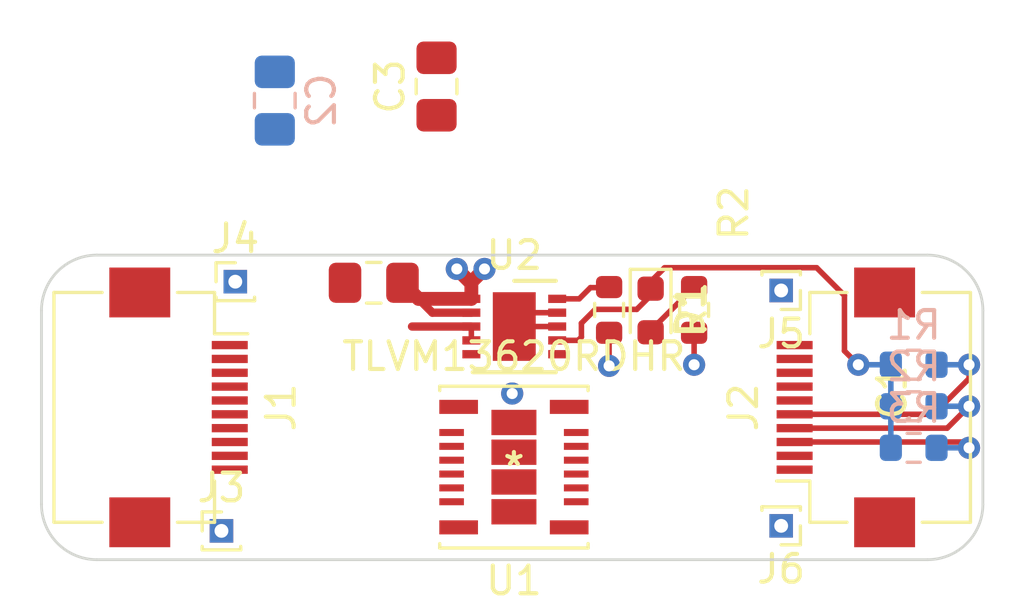
<source format=kicad_pcb>
(kicad_pcb (version 20211014) (generator pcbnew)
  (layers (0 "F.Cu" signal) (31 "B.Cu" signal) (34 "B.Paste" user) (35 "F.Paste" user) (36 "B.SilkS" user "B.Silkscreen") (37 "F.SilkS" user "F.Silkscreen") (38 "B.Mask" user) (39 "F.Mask" user) (44 "Edge.Cuts" user))
  (net 0 "")
  (net 1 "VDD")
  (net 2 "GND")
  (net 3 "Net-(C2-Pad1)")
  (net 4 "Net-(C3-Pad1)")
  (net 5 "STAT")
  (net 8 "/STAT_3")
  (net 9 "/STAT_2")
  (net 10 "/STAT_1")
  (net 11 "Net-(D1-Pad2)")
  (net 12 "Net-(J1-Pad3)")
  (net 13 "Net-(J1-Pad4)")
  (net 14 "Net-(J1-Pad5)")
  (net 15 "Net-(J1-Pad6)")
  (net 16 "Net-(J1-Pad7)")
  (net 17 "Net-(J1-Pad8)")
  (net 18 "Net-(R1-Pad1)")
  (footprint "Capacitor_SMD:C_0805_2012Metric_Pad1.18x1.45mm_HandSolder" (layer "F.Cu") (at 137 97.54 180)
    (fp_text reference "C1" (at -18.72 -3.96 90) (layer "F.SilkS"))
    (fp_text value "C_Small")
    (fp_line (start -0.261252 -0.735) (end 0.261252 -0.735) (layer "F.SilkS") (width 0.12))
    (fp_line (start -0.261252 0.735) (end 0.261252 0.735) (layer "F.SilkS") (width 0.12))
    (pad "1" smd roundrect (at -1.0375 0 180) (size 1.175 1.45) (layers "F.Cu" "F.Paste" "F.Mask") (roundrect_rratio 0.212766) (net 1 "VDD"))
    (pad "2" smd roundrect (at 1.0375 0 180) (size 1.175 1.45) (layers "F.Cu" "F.Paste" "F.Mask") (roundrect_rratio 0.212766) (net 2 "GND"))
  )
  (footprint "Capacitor_SMD:C_0805_2012Metric_Pad1.18x1.45mm_HandSolder" (layer "F.Cu") (at 139.268 90.452 90)
    (fp_text reference "C3" (at 0 -1.68 90) (layer "F.SilkS"))
    (fp_text value "C_Small")
    (fp_line (start -0.261252 0.735) (end 0.261252 0.735) (layer "F.SilkS") (width 0.12))
    (fp_line (start -0.261252 -0.735) (end 0.261252 -0.735) (layer "F.SilkS") (width 0.12))
    (pad "1" smd roundrect (at -1.0375 0 90) (size 1.175 1.45) (layers "F.Cu" "F.Paste" "F.Mask") (roundrect_rratio 0.212766) (net 4 "Net-(C3-Pad1)"))
    (pad "2" smd roundrect (at 1.0375 0 90) (size 1.175 1.45) (layers "F.Cu" "F.Paste" "F.Mask") (roundrect_rratio 0.212766) (net 2 "GND"))
  )
  (footprint "Connector_PinHeader_1.00mm:PinHeader_1x01_P1.00mm_Vertical" (layer "F.Cu") (at 151.714 97.818 180)
    (fp_text reference "J5" (at 0 -1.56) (layer "F.SilkS"))
    (fp_text value "Conn_01x01_Female")
    (fp_line (start -0.695 0) (end -0.695 -0.685) (layer "F.SilkS") (width 0.12))
    (fp_line (start -0.695 0.685) (end -0.695 0.56) (layer "F.SilkS") (width 0.12))
    (fp_line (start -0.695 0.685) (end 0.695 0.685) (layer "F.SilkS") (width 0.12))
    (fp_line (start -0.695 -0.685) (end 0 -0.685) (layer "F.SilkS") (width 0.12))
    (fp_line (start 0.608276 0.685) (end 0.695 0.685) (layer "F.SilkS") (width 0.12))
    (fp_line (start -0.695 0.685) (end -0.608276 0.685) (layer "F.SilkS") (width 0.12))
    (fp_line (start 0.695 0.685) (end 0.695 0.56) (layer "F.SilkS") (width 0.12))
    (pad "1" thru_hole rect (at 0 0 180) (size 0.85 0.85) (drill 0.5) (layers *.Cu *.Mask) (net 3 "Net-(C2-Pad1)"))
  )
  (footprint "Connector_PinHeader_1.00mm:PinHeader_1x01_P1.00mm_Vertical" (layer "F.Cu") (at 151.714 106.318 180)
    (fp_text reference "J6" (at 0 -1.56) (layer "F.SilkS"))
    (fp_text value "Conn_01x01_Female")
    (fp_line (start -0.695 -0.685) (end 0 -0.685) (layer "F.SilkS") (width 0.12))
    (fp_line (start -0.695 0.685) (end -0.608276 0.685) (layer "F.SilkS") (width 0.12))
    (fp_line (start -0.695 0.685) (end -0.695 0.56) (layer "F.SilkS") (width 0.12))
    (fp_line (start -0.695 0) (end -0.695 -0.685) (layer "F.SilkS") (width 0.12))
    (fp_line (start 0.695 0.685) (end 0.695 0.56) (layer "F.SilkS") (width 0.12))
    (fp_line (start 0.608276 0.685) (end 0.695 0.685) (layer "F.SilkS") (width 0.12))
    (fp_line (start -0.695 0.685) (end 0.695 0.685) (layer "F.SilkS") (width 0.12))
    (pad "1" thru_hole rect (at 0 0 180) (size 0.85 0.85) (drill 0.5) (layers *.Cu *.Mask) (net 2 "GND"))
  )
  (footprint "Resistor_SMD:R_0603_1608Metric" (layer "F.Cu") (at 148.57 98.52 -90)
    (fp_text reference "R2" (at -3.5 -1.43 90) (layer "F.SilkS"))
    (fp_text value "R_Small")
    (fp_line (start -0.237258 0.5225) (end 0.237258 0.5225) (layer "F.SilkS") (width 0.12))
    (fp_line (start -0.237258 -0.5225) (end 0.237258 -0.5225) (layer "F.SilkS") (width 0.12))
    (pad "1" smd roundrect (at -0.825 0 270) (size 0.8 0.95) (layers "F.Cu" "F.Paste" "F.Mask") (net 11 "Net-(D1-Pad2)"))
    (pad "2" smd roundrect (at 0.825 0 270) (size 0.8 0.95) (layers "F.Cu" "F.Paste" "F.Mask") (net 1 "VDD"))
  )
  (footprint "Connector_PinHeader_1.00mm:PinHeader_1x01_P1.00mm_Vertical" (layer "F.Cu") (at 132 97.5)
    (fp_text reference "J4" (at 0 -1.56) (layer "F.SilkS"))
    (fp_text value "Conn_01x01_Female")
    (fp_line (start -0.695 0.685) (end 0.695 0.685) (layer "F.SilkS") (width 0.12))
    (fp_line (start -0.695 0.685) (end -0.695 0.56) (layer "F.SilkS") (width 0.12))
    (fp_line (start -0.695 0.685) (end -0.608276 0.685) (layer "F.SilkS") (width 0.12))
    (fp_line (start -0.695 0) (end -0.695 -0.685) (layer "F.SilkS") (width 0.12))
    (fp_line (start 0.695 0.685) (end 0.695 0.56) (layer "F.SilkS") (width 0.12))
    (fp_line (start -0.695 -0.685) (end 0 -0.685) (layer "F.SilkS") (width 0.12))
    (fp_line (start 0.608276 0.685) (end 0.695 0.685) (layer "F.SilkS") (width 0.12))
    (pad "1" thru_hole rect (at 0 0) (size 0.85 0.85) (drill 0.5) (layers *.Cu *.Mask) (net 3 "Net-(C2-Pad1)"))
  )
  (footprint "Resistor_SMD:R_0603_1608Metric" (layer "F.Cu") (at 145.5 98.52 -90)
    (fp_text reference "R1" (at -0.04 -3 90) (layer "F.SilkS"))
    (fp_text value "R_Small")
    (fp_line (start -0.237258 -0.5225) (end 0.237258 -0.5225) (layer "F.SilkS") (width 0.12))
    (fp_line (start -0.237258 0.5225) (end 0.237258 0.5225) (layer "F.SilkS") (width 0.12))
    (pad "1" smd roundrect (at -0.825 0 270) (size 0.8 0.95) (layers "F.Cu" "F.Paste" "F.Mask") (net 18 "Net-(R1-Pad1)"))
    (pad "2" smd roundrect (at 0.825 0 270) (size 0.8 0.95) (layers "F.Cu" "F.Paste" "F.Mask") (net 2 "GND"))
  )
  (footprint "TI_POWER_MODULE:TLVM13620RDHR" (layer "F.Cu") (at 142.062 104.197494)
    (fp_text reference "U1" (at 0 4.1) (layer "F.SilkS"))
    (fp_text value "TLVM13620RDHR" (at 0 -4) (layer "F.SilkS"))
    (fp_text user "*" (at 0 0) (layer "F.SilkS"))
    (fp_line (start 2.6797 -2.921) (end 2.6797 -2.762055) (layer "F.SilkS") (width 0.12))
    (fp_line (start 2.6797 2.762055) (end 2.6797 2.921) (layer "F.SilkS") (width 0.12))
    (fp_line (start -2.6797 -2.762055) (end -2.6797 -2.921) (layer "F.SilkS") (width 0.12))
    (fp_line (start 2.6797 2.921) (end -2.6797 2.921) (layer "F.SilkS") (width 0.12))
    (fp_line (start -2.6797 2.921) (end -2.6797 2.762055) (layer "F.SilkS") (width 0.12))
    (fp_line (start -2.6797 -2.921) (end 2.6797 -2.921) (layer "F.SilkS") (width 0.12))
    (pad "1" smd rect (at -1.996059 -2.175315) (size 1.397 0.508) (layers "F.Cu" "F.Paste" "F.Mask"))
    (pad "2" smd rect (at -2.250059 -1.250315) (size 0.889 0.254) (layers "F.Cu" "F.Paste" "F.Mask"))
    (pad "3" smd rect (at -2.250059 -0.750189) (size 0.889 0.254) (layers "F.Cu" "F.Paste" "F.Mask"))
    (pad "4" smd rect (at -2.250059 -0.250063) (size 0.889 0.254) (layers "F.Cu" "F.Paste" "F.Mask"))
    (pad "5" smd rect (at -2.250059 0.250063) (size 0.889 0.254) (layers "F.Cu" "F.Paste" "F.Mask"))
    (pad "6" smd rect (at -2.250059 0.750189) (size 0.889 0.254) (layers "F.Cu" "F.Paste" "F.Mask"))
    (pad "7" smd rect (at -2.250059 1.250315) (size 0.889 0.254) (layers "F.Cu" "F.Paste" "F.Mask"))
    (pad "8" smd rect (at -1.996059 2.175315) (size 1.397 0.508) (layers "F.Cu" "F.Paste" "F.Mask"))
    (pad "9" smd rect (at 1.996059 2.175315) (size 1.397 0.508) (layers "F.Cu" "F.Paste" "F.Mask"))
    (pad "10" smd rect (at 2.250059 1.250315) (size 0.889 0.254) (layers "F.Cu" "F.Paste" "F.Mask"))
    (pad "11" smd rect (at 2.250059 0.750189) (size 0.889 0.254) (layers "F.Cu" "F.Paste" "F.Mask"))
    (pad "12" smd rect (at 2.250059 0.250063) (size 0.889 0.254) (layers "F.Cu" "F.Paste" "F.Mask"))
    (pad "13" smd rect (at 2.250059 -0.250063) (size 0.889 0.254) (layers "F.Cu" "F.Paste" "F.Mask"))
    (pad "14" smd rect (at 2.250059 -0.750189) (size 0.889 0.254) (layers "F.Cu" "F.Paste" "F.Mask"))
    (pad "15" smd rect (at 2.250059 -1.250315) (size 0.889 0.254) (layers "F.Cu" "F.Paste" "F.Mask"))
    (pad "16" smd rect (at 1.996059 -2.175315) (size 1.397 0.508) (layers "F.Cu" "F.Paste" "F.Mask"))
    (pad "17" smd rect (at 0 1.612506) (size 1.6256 0.9144) (layers "F.Cu" "F.Mask"))
    (pad "18" smd rect (at 0 0.537506) (size 1.6256 0.9144) (layers "F.Cu" "F.Mask"))
    (pad "19" smd rect (at 0 -0.537494) (size 1.6256 0.9144) (layers "F.Cu" "F.Mask"))
    (pad "20" smd rect (at 0 -1.612494) (size 1.6256 0.9144) (layers "F.Cu" "F.Mask"))
  )
  (footprint "Package_DFN_QFN:DFN-10-1EP_3x3mm_P0.5mm_EP1.55x2.48mm" (layer "F.Cu") (at 142.075 99.12)
    (fp_text reference "U2" (at 0 -2.575) (layer "F.SilkS"))
    (fp_text value "MCP73213T")
    (fp_line (start 0 -1.65) (end 1.5 -1.65) (layer "F.SilkS") (width 0.15))
    (fp_line (start -1.5 1.65) (end 1.5 1.65) (layer "F.SilkS") (width 0.15))
    (pad "1" smd rect (at -1.55 -1) (size 0.65 0.3) (layers "F.Cu" "F.Paste" "F.Mask") (net 1 "VDD"))
    (pad "2" smd rect (at -1.55 -0.5) (size 0.65 0.3) (layers "F.Cu" "F.Paste" "F.Mask") (net 1 "VDD"))
    (pad "3" smd rect (at -1.55 0) (size 0.65 0.3) (layers "F.Cu" "F.Paste" "F.Mask") (net 4 "Net-(C3-Pad1)"))
    (pad "4" smd rect (at -1.55 0.5) (size 0.65 0.3) (layers "F.Cu" "F.Paste" "F.Mask") (net 4 "Net-(C3-Pad1)"))
    (pad "5" smd rect (at -1.55 1) (size 0.65 0.3) (layers "F.Cu" "F.Paste" "F.Mask"))
    (pad "6" smd rect (at 1.55 1) (size 0.65 0.3) (layers "F.Cu" "F.Paste" "F.Mask"))
    (pad "7" smd rect (at 1.55 0.5) (size 0.65 0.3) (layers "F.Cu" "F.Paste" "F.Mask") (net 5 "STAT"))
    (pad "8" smd rect (at 1.55 0) (size 0.65 0.3) (layers "F.Cu" "F.Paste" "F.Mask") (net 2 "GND"))
    (pad "9" smd rect (at 1.55 -0.5) (size 0.65 0.3) (layers "F.Cu" "F.Paste" "F.Mask") (net 2 "GND"))
    (pad "10" smd rect (at 1.55 -1) (size 0.65 0.3) (layers "F.Cu" "F.Paste" "F.Mask") (net 18 "Net-(R1-Pad1)"))
    (pad "11" smd rect (at 0 0) (size 1.55 2.48) (layers "F.Cu" "F.Mask") (net 2 "GND"))
  )
  (footprint "Connector_PinHeader_1.00mm:PinHeader_1x01_P1.00mm_Vertical" (layer "F.Cu") (at 131.5 106.5)
    (fp_text reference "J3" (at 0 -1.56) (layer "F.SilkS"))
    (fp_text value "Conn_01x01_Female")
    (fp_line (start -0.695 0.685) (end 0.695 0.685) (layer "F.SilkS") (width 0.12))
    (fp_line (start -0.695 -0.685) (end 0 -0.685) (layer "F.SilkS") (width 0.12))
    (fp_line (start -0.695 0) (end -0.695 -0.685) (layer "F.SilkS") (width 0.12))
    (fp_line (start -0.695 0.685) (end -0.695 0.56) (layer "F.SilkS") (width 0.12))
    (fp_line (start -0.695 0.685) (end -0.608276 0.685) (layer "F.SilkS") (width 0.12))
    (fp_line (start 0.608276 0.685) (end 0.695 0.685) (layer "F.SilkS") (width 0.12))
    (fp_line (start 0.695 0.685) (end 0.695 0.56) (layer "F.SilkS") (width 0.12))
    (pad "1" thru_hole rect (at 0 0) (size 0.85 0.85) (drill 0.5) (layers *.Cu *.Mask) (net 4 "Net-(C3-Pad1)"))
  )
  (footprint "Connector_FFC-FPC:Hirose_FH12-10S-0.5SH_1x10-1MP_P0.50mm_Horizontal" (layer "F.Cu") (at 154.05 102.04 90)
    (fp_text reference "J2" (at 0 -3.7 90) (layer "F.SilkS"))
    (fp_text value "Conn_01x10")
    (fp_line (start -4.15 2.76) (end -4.15 4.5) (layer "F.SilkS") (width 0.12))
    (fp_line (start -2.66 -1.3) (end -2.66 -2.5) (layer "F.SilkS") (width 0.12))
    (fp_line (start -2.66 -1.3) (end -4.15 -1.3) (layer "F.SilkS") (width 0.12))
    (fp_line (start -4.15 -1.3) (end -4.15 0.04) (layer "F.SilkS") (width 0.12))
    (fp_line (start 4.15 4.5) (end 4.15 2.76) (layer "F.SilkS") (width 0.12))
    (fp_line (start -4.15 4.5) (end 4.15 4.5) (layer "F.SilkS") (width 0.12))
    (fp_line (start 4.15 -1.3) (end 4.15 0.04) (layer "F.SilkS") (width 0.12))
    (fp_line (start 2.66 -1.3) (end 4.15 -1.3) (layer "F.SilkS") (width 0.12))
    (pad "1" smd rect (at -2.25 -1.85 90) (size 0.3 1.3) (layers "F.Cu" "F.Paste" "F.Mask") (net 2 "GND"))
    (pad "2" smd rect (at -1.75 -1.85 90) (size 0.3 1.3) (layers "F.Cu" "F.Paste" "F.Mask") (net 2 "GND"))
    (pad "3" smd rect (at -1.25 -1.85 90) (size 0.3 1.3) (layers "F.Cu" "F.Paste" "F.Mask") (net 17 "Net-(J1-Pad8)"))
    (pad "4" smd rect (at -0.75 -1.85 90) (size 0.3 1.3) (layers "F.Cu" "F.Paste" "F.Mask") (net 16 "Net-(J1-Pad7)"))
    (pad "5" smd rect (at -0.25 -1.85 90) (size 0.3 1.3) (layers "F.Cu" "F.Paste" "F.Mask") (net 15 "Net-(J1-Pad6)"))
    (pad "6" smd rect (at 0.25 -1.85 90) (size 0.3 1.3) (layers "F.Cu" "F.Paste" "F.Mask") (net 14 "Net-(J1-Pad5)"))
    (pad "7" smd rect (at 0.75 -1.85 90) (size 0.3 1.3) (layers "F.Cu" "F.Paste" "F.Mask") (net 13 "Net-(J1-Pad4)"))
    (pad "8" smd rect (at 1.25 -1.85 90) (size 0.3 1.3) (layers "F.Cu" "F.Paste" "F.Mask") (net 12 "Net-(J1-Pad3)"))
    (pad "9" smd rect (at 1.75 -1.85 90) (size 0.3 1.3) (layers "F.Cu" "F.Paste" "F.Mask") (net 1 "VDD"))
    (pad "10" smd rect (at 2.25 -1.85 90) (size 0.3 1.3) (layers "F.Cu" "F.Paste" "F.Mask") (net 1 "VDD"))
    (pad "MP" smd rect (at -4.15 1.4 90) (size 1.8 2.2) (layers "F.Cu" "F.Paste" "F.Mask"))
    (pad "MP" smd rect (at 4.15 1.4 90) (size 1.8 2.2) (layers "F.Cu" "F.Paste" "F.Mask"))
  )
  (footprint "Connector_FFC-FPC:Hirose_FH12-10S-0.5SH_1x10-1MP_P0.50mm_Horizontal" (layer "F.Cu") (at 129.95 102.04 -90)
    (fp_text reference "J1" (at 0 -3.7 90) (layer "F.SilkS"))
    (fp_text value "Conn_01x10")
    (fp_line (start -4.15 -1.3) (end -4.15 0.04) (layer "F.SilkS") (width 0.12))
    (fp_line (start 4.15 -1.3) (end 4.15 0.04) (layer "F.SilkS") (width 0.12))
    (fp_line (start 4.15 4.5) (end 4.15 2.76) (layer "F.SilkS") (width 0.12))
    (fp_line (start 2.66 -1.3) (end 4.15 -1.3) (layer "F.SilkS") (width 0.12))
    (fp_line (start -2.66 -1.3) (end -4.15 -1.3) (layer "F.SilkS") (width 0.12))
    (fp_line (start -4.15 4.5) (end 4.15 4.5) (layer "F.SilkS") (width 0.12))
    (fp_line (start -2.66 -1.3) (end -2.66 -2.5) (layer "F.SilkS") (width 0.12))
    (fp_line (start -4.15 2.76) (end -4.15 4.5) (layer "F.SilkS") (width 0.12))
    (pad "1" smd rect (at -2.25 -1.85 270) (size 0.3 1.3) (layers "F.Cu" "F.Paste" "F.Mask") (net 1 "VDD"))
    (pad "2" smd rect (at -1.75 -1.85 270) (size 0.3 1.3) (layers "F.Cu" "F.Paste" "F.Mask") (net 1 "VDD"))
    (pad "3" smd rect (at -1.25 -1.85 270) (size 0.3 1.3) (layers "F.Cu" "F.Paste" "F.Mask") (net 12 "Net-(J1-Pad3)"))
    (pad "4" smd rect (at -0.75 -1.85 270) (size 0.3 1.3) (layers "F.Cu" "F.Paste" "F.Mask") (net 13 "Net-(J1-Pad4)"))
    (pad "5" smd rect (at -0.25 -1.85 270) (size 0.3 1.3) (layers "F.Cu" "F.Paste" "F.Mask") (net 14 "Net-(J1-Pad5)"))
    (pad "6" smd rect (at 0.25 -1.85 270) (size 0.3 1.3) (layers "F.Cu" "F.Paste" "F.Mask") (net 15 "Net-(J1-Pad6)"))
    (pad "7" smd rect (at 0.75 -1.85 270) (size 0.3 1.3) (layers "F.Cu" "F.Paste" "F.Mask") (net 16 "Net-(J1-Pad7)"))
    (pad "8" smd rect (at 1.25 -1.85 270) (size 0.3 1.3) (layers "F.Cu" "F.Paste" "F.Mask") (net 17 "Net-(J1-Pad8)"))
    (pad "9" smd rect (at 1.75 -1.85 270) (size 0.3 1.3) (layers "F.Cu" "F.Paste" "F.Mask") (net 2 "GND"))
    (pad "10" smd rect (at 2.25 -1.85 270) (size 0.3 1.3) (layers "F.Cu" "F.Paste" "F.Mask") (net 2 "GND"))
    (pad "MP" smd rect (at 4.15 1.4 270) (size 1.8 2.2) (layers "F.Cu" "F.Paste" "F.Mask"))
    (pad "MP" smd rect (at -4.15 1.4 270) (size 1.8 2.2) (layers "F.Cu" "F.Paste" "F.Mask"))
  )
  (footprint "LED_SMD:LED_0603_1608Metric" (layer "F.Cu") (at 147 98.54 -90)
    (fp_text reference "D1" (at 0 -1.43 90) (layer "F.SilkS"))
    (fp_text value "LED")
    (fp_line (start -1.485 -0.735) (end -1.485 0.735) (layer "F.SilkS") (width 0.12))
    (fp_line (start 0.8 -0.735) (end -1.485 -0.735) (layer "F.SilkS") (width 0.12))
    (fp_line (start -1.485 0.735) (end 0.8 0.735) (layer "F.SilkS") (width 0.12))
    (pad "1" smd roundrect (at -0.7875 0 270) (size 0.875 0.95) (layers "F.Cu" "F.Paste" "F.Mask") (net 5 "STAT"))
    (pad "2" smd roundrect (at 0.7875 0 270) (size 0.875 0.95) (layers "F.Cu" "F.Paste" "F.Mask") (net 11 "Net-(D1-Pad2)"))
  )
  (footprint "Resistor_SMD:R_0603_1608Metric" (layer "B.Cu") (at 156.5 102 180)
    (fp_text reference "R2" (at 0 1.43) (layer "B.SilkS") (effects (justify mirror)))
    (fp_text value "R_Small")
    (fp_line (start -0.237258 -0.5225) (end 0.237258 -0.5225) (layer "B.SilkS") (width 0.12))
    (fp_line (start -0.237258 0.5225) (end 0.237258 0.5225) (layer "B.SilkS") (width 0.12))
    (pad "1" smd roundrect (at -0.825 0 180) (size 0.8 0.95) (layers "B.Cu" "B.Paste" "B.Mask") (net 9 "/STAT_2"))
    (pad "2" smd roundrect (at 0.825 0 180) (size 0.8 0.95) (layers "B.Cu" "B.Paste" "B.Mask") (net 5 "STAT"))
  )
  (footprint "Capacitor_SMD:C_0805_2012Metric_Pad1.18x1.45mm_HandSolder" (layer "B.Cu") (at 133.426 90.96 90)
    (fp_text reference "C2" (at 0 1.68 90) (layer "B.SilkS") (effects (justify mirror)))
    (fp_text value "C_Small")
    (fp_line (start -0.261252 -0.735) (end 0.261252 -0.735) (layer "B.SilkS") (width 0.12))
    (fp_line (start -0.261252 0.735) (end 0.261252 0.735) (layer "B.SilkS") (width 0.12))
    (pad "1" smd roundrect (at -1.0375 0 90) (size 1.175 1.45) (layers "B.Cu" "B.Paste" "B.Mask") (roundrect_rratio 0.212766) (net 3 "Net-(C2-Pad1)"))
    (pad "2" smd roundrect (at 1.0375 0 90) (size 1.175 1.45) (layers "B.Cu" "B.Paste" "B.Mask") (roundrect_rratio 0.212766) (net 2 "GND"))
  )
  (footprint "Resistor_SMD:R_0603_1608Metric" (layer "B.Cu") (at 156.5 103.5 180)
    (fp_text reference "R3" (at 0 1.43) (layer "B.SilkS") (effects (justify mirror)))
    (fp_text value "R_Small")
    (fp_line (start -0.237258 -0.5225) (end 0.237258 -0.5225) (layer "B.SilkS") (width 0.12))
    (fp_line (start -0.237258 0.5225) (end 0.237258 0.5225) (layer "B.SilkS") (width 0.12))
    (pad "1" smd roundrect (at -0.825 0 180) (size 0.8 0.95) (layers "B.Cu" "B.Paste" "B.Mask") (net 10 "/STAT_1"))
    (pad "2" smd roundrect (at 0.825 0 180) (size 0.8 0.95) (layers "B.Cu" "B.Paste" "B.Mask") (net 5 "STAT"))
  )
  (footprint "Resistor_SMD:R_0603_1608Metric" (layer "B.Cu") (at 156.5 100.5 180)
    (fp_text reference "R1" (at 0 1.43) (layer "B.SilkS") (effects (justify mirror)))
    (fp_text value "R_Small")
    (fp_line (start -0.237258 -0.5225) (end 0.237258 -0.5225) (layer "B.SilkS") (width 0.12))
    (fp_line (start -0.237258 0.5225) (end 0.237258 0.5225) (layer "B.SilkS") (width 0.12))
    (pad "1" smd roundrect (at -0.825 0 180) (size 0.8 0.95) (layers "B.Cu" "B.Paste" "B.Mask") (net 8 "/STAT_3"))
    (pad "2" smd roundrect (at 0.825 0 180) (size 0.8 0.95) (layers "B.Cu" "B.Paste" "B.Mask") (net 5 "STAT"))
  )
  (gr_line (start 125 98.54) (end 125 105.54) (layer "Edge.Cuts") (width 0.1))
  (gr_line (start 157 96.54) (end 127 96.54) (layer "Edge.Cuts") (width 0.1))
  (gr_arc (start 125 98.54) (mid 125.585786 97.125786) (end 127 96.54) (layer "Edge.Cuts") (width 0.1))
  (gr_line (start 127 107.54) (end 157 107.54) (layer "Edge.Cuts") (width 0.1))
  (gr_arc (start 127 107.54) (mid 125.585786 106.954214) (end 125 105.54) (layer "Edge.Cuts") (width 0.1))
  (gr_arc (start 157 96.54) (mid 158.414214 97.125786) (end 159 98.54) (layer "Edge.Cuts") (width 0.1))
  (gr_line (start 159 98.54) (end 159 105.54) (layer "Edge.Cuts") (width 0.1))
  (gr_arc (start 159 105.54) (mid 158.414214 106.954214) (end 157 107.54) (layer "Edge.Cuts") (width 0.1))
  (segment (start 138.6175 98.12) (end 138.0375 97.54) (width 0.5) (layer "F.Cu") (net 1))
  (segment (start 140.525 98.12) (end 140.525 97.565) (width 0.5) (layer "F.Cu") (net 1))
  (segment (start 140.525 98.12) (end 140.525 97.515) (width 0.2) (layer "F.Cu") (net 1))
  (segment (start 139.1175 98.62) (end 138.0375 97.54) (width 0.3) (layer "F.Cu") (net 1))
  (segment (start 148.57 99.325) (end 148.57 100.5) (width 0.2) (layer "F.Cu") (net 1))
  (segment (start 140.525 98.12) (end 138.6175 98.12) (width 0.5) (layer "F.Cu") (net 1))
  (segment (start 140.525 98.62) (end 139.1175 98.62) (width 0.3) (layer "F.Cu") (net 1))
  (segment (start 140.525 97.565) (end 140 97.04) (width 0.5) (layer "F.Cu") (net 1))
  (segment (start 140.525 97.515) (end 141 97.04) (width 0.5) (layer "F.Cu") (net 1))
  (via (at 141 97.04) (size 0.8) (drill 0.4) (layers "F.Cu" "B.Cu") (net 1))
  (via (at 140 97.04) (size 0.8) (drill 0.4) (layers "F.Cu" "B.Cu") (net 1))
  (via (at 148.57 100.5) (size 0.8) (drill 0.4) (layers "F.Cu" "B.Cu") (net 1))
  (segment (start 143.625 99.12) (end 142.075 99.12) (width 0.2) (layer "F.Cu") (net 2))
  (segment (start 143.625 98.62) (end 142.575 98.62) (width 0.2) (layer "F.Cu") (net 2))
  (segment (start 142.575 98.62) (end 142.075 99.12) (width 0.2) (layer "F.Cu") (net 2))
  (segment (start 145.5 99.365) (end 145.5 100.54) (width 0.2) (layer "F.Cu") (net 2))
  (via (at 145.5 100.54) (size 0.8) (drill 0.4) (layers "F.Cu" "B.Cu") (net 2))
  (via (at 142 101.54) (size 0.8) (drill 0.4) (layers "F.Cu" "B.Cu") (net 2))
  (segment (start 140.525 99.62) (end 140.525 99.12) (width 0.2) (layer "F.Cu") (net 4))
  (segment (start 140.525 99.12) (end 138.3825 99.12) (width 0.3) (layer "F.Cu") (net 4))
  (segment (start 146.5 98.5) (end 147 98) (width 0.2) (layer "F.Cu") (net 5))
  (segment (start 147.50452 96.99548) (end 152.99548 96.99548) (width 0.2) (layer "F.Cu") (net 5))
  (segment (start 152.99548 96.99548) (end 154 98) (width 0.2) (layer "F.Cu") (net 5))
  (segment (start 144.38 99.62) (end 144.5 99.5) (width 0.2) (layer "F.Cu") (net 5))
  (segment (start 143.625 99.62) (end 144.38 99.62) (width 0.2) (layer "F.Cu") (net 5))
  (segment (start 154 98) (end 154 100) (width 0.2) (layer "F.Cu") (net 5))
  (segment (start 147 97.5) (end 147.50452 96.99548) (width 0.2) (layer "F.Cu") (net 5))
  (segment (start 144.5 99.5) (end 144.5 99) (width 0.2) (layer "F.Cu") (net 5))
  (segment (start 147 97.7525) (end 147 97.5) (width 0.2) (layer "F.Cu") (net 5))
  (segment (start 147 98) (end 147 97.7525) (width 0.2) (layer "F.Cu") (net 5))
  (segment (start 154 100) (end 154.5 100.5) (width 0.2) (layer "F.Cu") (net 5))
  (segment (start 144.5 99) (end 145 98.5) (width 0.2) (layer "F.Cu") (net 5))
  (segment (start 145 98.5) (end 146.5 98.5) (width 0.2) (layer "F.Cu") (net 5))
  (via (at 154.5 100.5) (size 0.8) (drill 0.4) (layers "F.Cu" "B.Cu") (net 5))
  (segment (start 155.675 102) (end 155.675 103.5) (width 0.2) (layer "B.Cu") (net 5))
  (segment (start 155.675 100.5) (end 155.675 102) (width 0.2) (layer "B.Cu") (net 5))
  (segment (start 155.675 100.5) (end 154.5 100.5) (width 0.2) (layer "B.Cu") (net 5))
  (segment (start 157.21 102.29) (end 158.5 101) (width 0.2) (layer "F.Cu") (net 8))
  (segment (start 158.5 101) (end 158.5 100.5) (width 0.2) (layer "F.Cu") (net 8))
  (segment (start 152.2 102.29) (end 157.21 102.29) (width 0.2) (layer "F.Cu") (net 8))
  (via (at 158.5 100.5) (size 0.8) (drill 0.4) (layers "F.Cu" "B.Cu") (net 8))
  (segment (start 157.325 100.5) (end 158.5 100.5) (width 0.2) (layer "B.Cu") (net 8))
  (segment (start 152.2 102.79) (end 157.71 102.79) (width 0.2) (layer "F.Cu") (net 9))
  (segment (start 157.71 102.79) (end 158.5 102) (width 0.2) (layer "F.Cu") (net 9))
  (via (at 158.5 102) (size 0.8) (drill 0.4) (layers "F.Cu" "B.Cu") (net 9))
  (segment (start 157.325 102) (end 158.5 102) (width 0.2) (layer "B.Cu") (net 9))
  (segment (start 147 99.265) (end 148.57 97.695) (width 0.2) (layer "F.Cu") (net 11))
  (segment (start 147 99.3275) (end 147 99.265) (width 0.2) (layer "F.Cu") (net 11))
  (segment (start 152.2 103.29) (end 158.29 103.29) (width 0.2) (layer "F.Cu") (net 17))
  (segment (start 158.29 103.29) (end 158.5 103.5) (width 0.2) (layer "F.Cu") (net 17))
  (via (at 158.5 103.5) (size 0.8) (drill 0.4) (layers "F.Cu" "B.Cu") (net 17))
  (segment (start 157.325 103.5) (end 158.5 103.5) (width 0.2) (layer "B.Cu") (net 17))
  (segment (start 144.42 98.12) (end 143.625 98.12) (width 0.2) (layer "F.Cu") (net 18))
  (segment (start 145.5 97.715) (end 144.825 97.715) (width 0.2) (layer "F.Cu") (net 18))
  (segment (start 144.825 97.715) (end 144.42 98.12) (width 0.2) (layer "F.Cu") (net 18))
)
</source>
